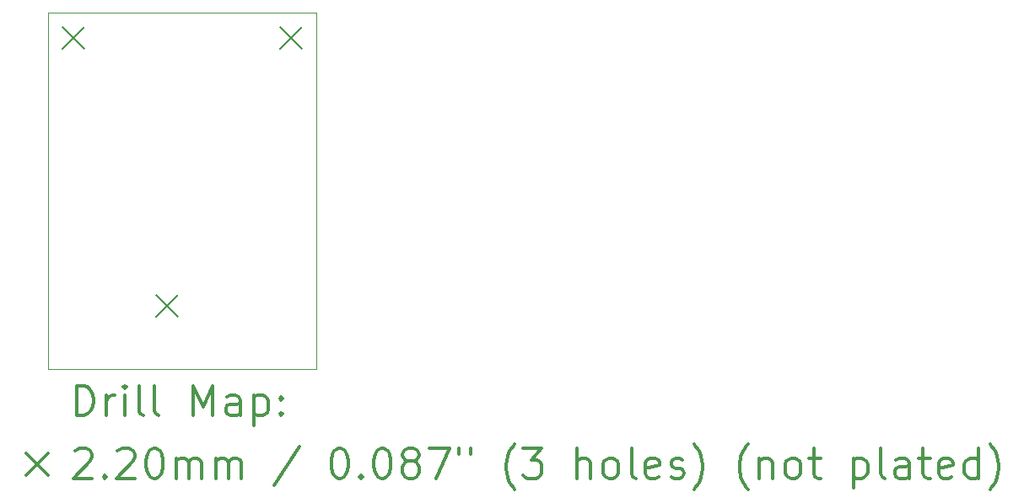
<source format=gbr>
%FSLAX45Y45*%
G04 Gerber Fmt 4.5, Leading zero omitted, Abs format (unit mm)*
G04 Created by KiCad (PCBNEW (5.1.2)-1) date 2024-09-09 18:42:57*
%MOMM*%
%LPD*%
G04 APERTURE LIST*
%ADD10C,0.050000*%
%ADD11C,0.200000*%
%ADD12C,0.300000*%
G04 APERTURE END LIST*
D10*
X17272000Y-6959600D02*
X17272000Y-10541000D01*
X14579600Y-10541000D02*
X17272000Y-10541000D01*
X14579600Y-10541000D02*
X14579600Y-6959600D01*
X14579600Y-6959600D02*
X17272000Y-6959600D01*
D11*
X16908000Y-7103600D02*
X17128000Y-7323600D01*
X17128000Y-7103600D02*
X16908000Y-7323600D01*
X14723600Y-7103600D02*
X14943600Y-7323600D01*
X14943600Y-7103600D02*
X14723600Y-7323600D01*
X15663400Y-9796000D02*
X15883400Y-10016000D01*
X15883400Y-9796000D02*
X15663400Y-10016000D01*
D12*
X14863528Y-11009214D02*
X14863528Y-10709214D01*
X14934957Y-10709214D01*
X14977814Y-10723500D01*
X15006386Y-10752072D01*
X15020671Y-10780643D01*
X15034957Y-10837786D01*
X15034957Y-10880643D01*
X15020671Y-10937786D01*
X15006386Y-10966357D01*
X14977814Y-10994929D01*
X14934957Y-11009214D01*
X14863528Y-11009214D01*
X15163528Y-11009214D02*
X15163528Y-10809214D01*
X15163528Y-10866357D02*
X15177814Y-10837786D01*
X15192100Y-10823500D01*
X15220671Y-10809214D01*
X15249243Y-10809214D01*
X15349243Y-11009214D02*
X15349243Y-10809214D01*
X15349243Y-10709214D02*
X15334957Y-10723500D01*
X15349243Y-10737786D01*
X15363528Y-10723500D01*
X15349243Y-10709214D01*
X15349243Y-10737786D01*
X15534957Y-11009214D02*
X15506386Y-10994929D01*
X15492100Y-10966357D01*
X15492100Y-10709214D01*
X15692100Y-11009214D02*
X15663528Y-10994929D01*
X15649243Y-10966357D01*
X15649243Y-10709214D01*
X16034957Y-11009214D02*
X16034957Y-10709214D01*
X16134957Y-10923500D01*
X16234957Y-10709214D01*
X16234957Y-11009214D01*
X16506386Y-11009214D02*
X16506386Y-10852072D01*
X16492100Y-10823500D01*
X16463528Y-10809214D01*
X16406386Y-10809214D01*
X16377814Y-10823500D01*
X16506386Y-10994929D02*
X16477814Y-11009214D01*
X16406386Y-11009214D01*
X16377814Y-10994929D01*
X16363528Y-10966357D01*
X16363528Y-10937786D01*
X16377814Y-10909214D01*
X16406386Y-10894929D01*
X16477814Y-10894929D01*
X16506386Y-10880643D01*
X16649243Y-10809214D02*
X16649243Y-11109214D01*
X16649243Y-10823500D02*
X16677814Y-10809214D01*
X16734957Y-10809214D01*
X16763528Y-10823500D01*
X16777814Y-10837786D01*
X16792100Y-10866357D01*
X16792100Y-10952072D01*
X16777814Y-10980643D01*
X16763528Y-10994929D01*
X16734957Y-11009214D01*
X16677814Y-11009214D01*
X16649243Y-10994929D01*
X16920671Y-10980643D02*
X16934957Y-10994929D01*
X16920671Y-11009214D01*
X16906386Y-10994929D01*
X16920671Y-10980643D01*
X16920671Y-11009214D01*
X16920671Y-10823500D02*
X16934957Y-10837786D01*
X16920671Y-10852072D01*
X16906386Y-10837786D01*
X16920671Y-10823500D01*
X16920671Y-10852072D01*
X14357100Y-11393500D02*
X14577100Y-11613500D01*
X14577100Y-11393500D02*
X14357100Y-11613500D01*
X14849243Y-11367786D02*
X14863528Y-11353500D01*
X14892100Y-11339214D01*
X14963528Y-11339214D01*
X14992100Y-11353500D01*
X15006386Y-11367786D01*
X15020671Y-11396357D01*
X15020671Y-11424929D01*
X15006386Y-11467786D01*
X14834957Y-11639214D01*
X15020671Y-11639214D01*
X15149243Y-11610643D02*
X15163528Y-11624929D01*
X15149243Y-11639214D01*
X15134957Y-11624929D01*
X15149243Y-11610643D01*
X15149243Y-11639214D01*
X15277814Y-11367786D02*
X15292100Y-11353500D01*
X15320671Y-11339214D01*
X15392100Y-11339214D01*
X15420671Y-11353500D01*
X15434957Y-11367786D01*
X15449243Y-11396357D01*
X15449243Y-11424929D01*
X15434957Y-11467786D01*
X15263528Y-11639214D01*
X15449243Y-11639214D01*
X15634957Y-11339214D02*
X15663528Y-11339214D01*
X15692100Y-11353500D01*
X15706386Y-11367786D01*
X15720671Y-11396357D01*
X15734957Y-11453500D01*
X15734957Y-11524929D01*
X15720671Y-11582071D01*
X15706386Y-11610643D01*
X15692100Y-11624929D01*
X15663528Y-11639214D01*
X15634957Y-11639214D01*
X15606386Y-11624929D01*
X15592100Y-11610643D01*
X15577814Y-11582071D01*
X15563528Y-11524929D01*
X15563528Y-11453500D01*
X15577814Y-11396357D01*
X15592100Y-11367786D01*
X15606386Y-11353500D01*
X15634957Y-11339214D01*
X15863528Y-11639214D02*
X15863528Y-11439214D01*
X15863528Y-11467786D02*
X15877814Y-11453500D01*
X15906386Y-11439214D01*
X15949243Y-11439214D01*
X15977814Y-11453500D01*
X15992100Y-11482071D01*
X15992100Y-11639214D01*
X15992100Y-11482071D02*
X16006386Y-11453500D01*
X16034957Y-11439214D01*
X16077814Y-11439214D01*
X16106386Y-11453500D01*
X16120671Y-11482071D01*
X16120671Y-11639214D01*
X16263528Y-11639214D02*
X16263528Y-11439214D01*
X16263528Y-11467786D02*
X16277814Y-11453500D01*
X16306386Y-11439214D01*
X16349243Y-11439214D01*
X16377814Y-11453500D01*
X16392100Y-11482071D01*
X16392100Y-11639214D01*
X16392100Y-11482071D02*
X16406386Y-11453500D01*
X16434957Y-11439214D01*
X16477814Y-11439214D01*
X16506386Y-11453500D01*
X16520671Y-11482071D01*
X16520671Y-11639214D01*
X17106386Y-11324929D02*
X16849243Y-11710643D01*
X17492100Y-11339214D02*
X17520671Y-11339214D01*
X17549243Y-11353500D01*
X17563528Y-11367786D01*
X17577814Y-11396357D01*
X17592100Y-11453500D01*
X17592100Y-11524929D01*
X17577814Y-11582071D01*
X17563528Y-11610643D01*
X17549243Y-11624929D01*
X17520671Y-11639214D01*
X17492100Y-11639214D01*
X17463528Y-11624929D01*
X17449243Y-11610643D01*
X17434957Y-11582071D01*
X17420671Y-11524929D01*
X17420671Y-11453500D01*
X17434957Y-11396357D01*
X17449243Y-11367786D01*
X17463528Y-11353500D01*
X17492100Y-11339214D01*
X17720671Y-11610643D02*
X17734957Y-11624929D01*
X17720671Y-11639214D01*
X17706386Y-11624929D01*
X17720671Y-11610643D01*
X17720671Y-11639214D01*
X17920671Y-11339214D02*
X17949243Y-11339214D01*
X17977814Y-11353500D01*
X17992100Y-11367786D01*
X18006386Y-11396357D01*
X18020671Y-11453500D01*
X18020671Y-11524929D01*
X18006386Y-11582071D01*
X17992100Y-11610643D01*
X17977814Y-11624929D01*
X17949243Y-11639214D01*
X17920671Y-11639214D01*
X17892100Y-11624929D01*
X17877814Y-11610643D01*
X17863528Y-11582071D01*
X17849243Y-11524929D01*
X17849243Y-11453500D01*
X17863528Y-11396357D01*
X17877814Y-11367786D01*
X17892100Y-11353500D01*
X17920671Y-11339214D01*
X18192100Y-11467786D02*
X18163528Y-11453500D01*
X18149243Y-11439214D01*
X18134957Y-11410643D01*
X18134957Y-11396357D01*
X18149243Y-11367786D01*
X18163528Y-11353500D01*
X18192100Y-11339214D01*
X18249243Y-11339214D01*
X18277814Y-11353500D01*
X18292100Y-11367786D01*
X18306386Y-11396357D01*
X18306386Y-11410643D01*
X18292100Y-11439214D01*
X18277814Y-11453500D01*
X18249243Y-11467786D01*
X18192100Y-11467786D01*
X18163528Y-11482071D01*
X18149243Y-11496357D01*
X18134957Y-11524929D01*
X18134957Y-11582071D01*
X18149243Y-11610643D01*
X18163528Y-11624929D01*
X18192100Y-11639214D01*
X18249243Y-11639214D01*
X18277814Y-11624929D01*
X18292100Y-11610643D01*
X18306386Y-11582071D01*
X18306386Y-11524929D01*
X18292100Y-11496357D01*
X18277814Y-11482071D01*
X18249243Y-11467786D01*
X18406386Y-11339214D02*
X18606386Y-11339214D01*
X18477814Y-11639214D01*
X18706386Y-11339214D02*
X18706386Y-11396357D01*
X18820671Y-11339214D02*
X18820671Y-11396357D01*
X19263528Y-11753500D02*
X19249243Y-11739214D01*
X19220671Y-11696357D01*
X19206386Y-11667786D01*
X19192100Y-11624929D01*
X19177814Y-11553500D01*
X19177814Y-11496357D01*
X19192100Y-11424929D01*
X19206386Y-11382071D01*
X19220671Y-11353500D01*
X19249243Y-11310643D01*
X19263528Y-11296357D01*
X19349243Y-11339214D02*
X19534957Y-11339214D01*
X19434957Y-11453500D01*
X19477814Y-11453500D01*
X19506386Y-11467786D01*
X19520671Y-11482071D01*
X19534957Y-11510643D01*
X19534957Y-11582071D01*
X19520671Y-11610643D01*
X19506386Y-11624929D01*
X19477814Y-11639214D01*
X19392100Y-11639214D01*
X19363528Y-11624929D01*
X19349243Y-11610643D01*
X19892100Y-11639214D02*
X19892100Y-11339214D01*
X20020671Y-11639214D02*
X20020671Y-11482071D01*
X20006386Y-11453500D01*
X19977814Y-11439214D01*
X19934957Y-11439214D01*
X19906386Y-11453500D01*
X19892100Y-11467786D01*
X20206386Y-11639214D02*
X20177814Y-11624929D01*
X20163528Y-11610643D01*
X20149243Y-11582071D01*
X20149243Y-11496357D01*
X20163528Y-11467786D01*
X20177814Y-11453500D01*
X20206386Y-11439214D01*
X20249243Y-11439214D01*
X20277814Y-11453500D01*
X20292100Y-11467786D01*
X20306386Y-11496357D01*
X20306386Y-11582071D01*
X20292100Y-11610643D01*
X20277814Y-11624929D01*
X20249243Y-11639214D01*
X20206386Y-11639214D01*
X20477814Y-11639214D02*
X20449243Y-11624929D01*
X20434957Y-11596357D01*
X20434957Y-11339214D01*
X20706386Y-11624929D02*
X20677814Y-11639214D01*
X20620671Y-11639214D01*
X20592100Y-11624929D01*
X20577814Y-11596357D01*
X20577814Y-11482071D01*
X20592100Y-11453500D01*
X20620671Y-11439214D01*
X20677814Y-11439214D01*
X20706386Y-11453500D01*
X20720671Y-11482071D01*
X20720671Y-11510643D01*
X20577814Y-11539214D01*
X20834957Y-11624929D02*
X20863528Y-11639214D01*
X20920671Y-11639214D01*
X20949243Y-11624929D01*
X20963528Y-11596357D01*
X20963528Y-11582071D01*
X20949243Y-11553500D01*
X20920671Y-11539214D01*
X20877814Y-11539214D01*
X20849243Y-11524929D01*
X20834957Y-11496357D01*
X20834957Y-11482071D01*
X20849243Y-11453500D01*
X20877814Y-11439214D01*
X20920671Y-11439214D01*
X20949243Y-11453500D01*
X21063528Y-11753500D02*
X21077814Y-11739214D01*
X21106386Y-11696357D01*
X21120671Y-11667786D01*
X21134957Y-11624929D01*
X21149243Y-11553500D01*
X21149243Y-11496357D01*
X21134957Y-11424929D01*
X21120671Y-11382071D01*
X21106386Y-11353500D01*
X21077814Y-11310643D01*
X21063528Y-11296357D01*
X21606386Y-11753500D02*
X21592100Y-11739214D01*
X21563528Y-11696357D01*
X21549243Y-11667786D01*
X21534957Y-11624929D01*
X21520671Y-11553500D01*
X21520671Y-11496357D01*
X21534957Y-11424929D01*
X21549243Y-11382071D01*
X21563528Y-11353500D01*
X21592100Y-11310643D01*
X21606386Y-11296357D01*
X21720671Y-11439214D02*
X21720671Y-11639214D01*
X21720671Y-11467786D02*
X21734957Y-11453500D01*
X21763528Y-11439214D01*
X21806386Y-11439214D01*
X21834957Y-11453500D01*
X21849243Y-11482071D01*
X21849243Y-11639214D01*
X22034957Y-11639214D02*
X22006386Y-11624929D01*
X21992100Y-11610643D01*
X21977814Y-11582071D01*
X21977814Y-11496357D01*
X21992100Y-11467786D01*
X22006386Y-11453500D01*
X22034957Y-11439214D01*
X22077814Y-11439214D01*
X22106386Y-11453500D01*
X22120671Y-11467786D01*
X22134957Y-11496357D01*
X22134957Y-11582071D01*
X22120671Y-11610643D01*
X22106386Y-11624929D01*
X22077814Y-11639214D01*
X22034957Y-11639214D01*
X22220671Y-11439214D02*
X22334957Y-11439214D01*
X22263528Y-11339214D02*
X22263528Y-11596357D01*
X22277814Y-11624929D01*
X22306386Y-11639214D01*
X22334957Y-11639214D01*
X22663528Y-11439214D02*
X22663528Y-11739214D01*
X22663528Y-11453500D02*
X22692100Y-11439214D01*
X22749243Y-11439214D01*
X22777814Y-11453500D01*
X22792100Y-11467786D01*
X22806386Y-11496357D01*
X22806386Y-11582071D01*
X22792100Y-11610643D01*
X22777814Y-11624929D01*
X22749243Y-11639214D01*
X22692100Y-11639214D01*
X22663528Y-11624929D01*
X22977814Y-11639214D02*
X22949243Y-11624929D01*
X22934957Y-11596357D01*
X22934957Y-11339214D01*
X23220671Y-11639214D02*
X23220671Y-11482071D01*
X23206386Y-11453500D01*
X23177814Y-11439214D01*
X23120671Y-11439214D01*
X23092100Y-11453500D01*
X23220671Y-11624929D02*
X23192100Y-11639214D01*
X23120671Y-11639214D01*
X23092100Y-11624929D01*
X23077814Y-11596357D01*
X23077814Y-11567786D01*
X23092100Y-11539214D01*
X23120671Y-11524929D01*
X23192100Y-11524929D01*
X23220671Y-11510643D01*
X23320671Y-11439214D02*
X23434957Y-11439214D01*
X23363528Y-11339214D02*
X23363528Y-11596357D01*
X23377814Y-11624929D01*
X23406386Y-11639214D01*
X23434957Y-11639214D01*
X23649243Y-11624929D02*
X23620671Y-11639214D01*
X23563528Y-11639214D01*
X23534957Y-11624929D01*
X23520671Y-11596357D01*
X23520671Y-11482071D01*
X23534957Y-11453500D01*
X23563528Y-11439214D01*
X23620671Y-11439214D01*
X23649243Y-11453500D01*
X23663528Y-11482071D01*
X23663528Y-11510643D01*
X23520671Y-11539214D01*
X23920671Y-11639214D02*
X23920671Y-11339214D01*
X23920671Y-11624929D02*
X23892100Y-11639214D01*
X23834957Y-11639214D01*
X23806386Y-11624929D01*
X23792100Y-11610643D01*
X23777814Y-11582071D01*
X23777814Y-11496357D01*
X23792100Y-11467786D01*
X23806386Y-11453500D01*
X23834957Y-11439214D01*
X23892100Y-11439214D01*
X23920671Y-11453500D01*
X24034957Y-11753500D02*
X24049243Y-11739214D01*
X24077814Y-11696357D01*
X24092100Y-11667786D01*
X24106386Y-11624929D01*
X24120671Y-11553500D01*
X24120671Y-11496357D01*
X24106386Y-11424929D01*
X24092100Y-11382071D01*
X24077814Y-11353500D01*
X24049243Y-11310643D01*
X24034957Y-11296357D01*
M02*

</source>
